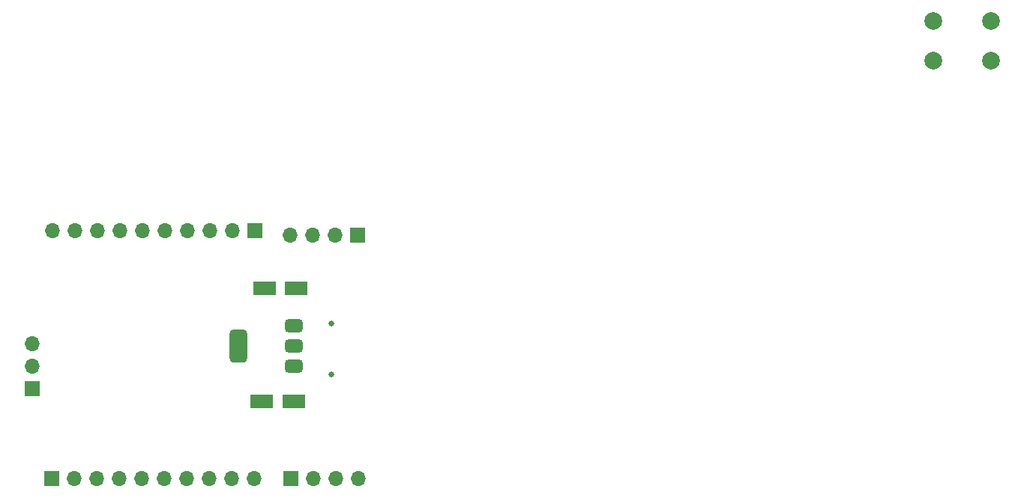
<source format=gbr>
%TF.GenerationSoftware,KiCad,Pcbnew,8.0.5-8.0.5-0~ubuntu24.04.1*%
%TF.CreationDate,2025-02-20T13:25:03+01:00*%
%TF.ProjectId,dev_board_M0,6465765f-626f-4617-9264-5f4d302e6b69,rev?*%
%TF.SameCoordinates,Original*%
%TF.FileFunction,Soldermask,Bot*%
%TF.FilePolarity,Negative*%
%FSLAX46Y46*%
G04 Gerber Fmt 4.6, Leading zero omitted, Abs format (unit mm)*
G04 Created by KiCad (PCBNEW 8.0.5-8.0.5-0~ubuntu24.04.1) date 2025-02-20 13:25:03*
%MOMM*%
%LPD*%
G01*
G04 APERTURE LIST*
G04 Aperture macros list*
%AMRoundRect*
0 Rectangle with rounded corners*
0 $1 Rounding radius*
0 $2 $3 $4 $5 $6 $7 $8 $9 X,Y pos of 4 corners*
0 Add a 4 corners polygon primitive as box body*
4,1,4,$2,$3,$4,$5,$6,$7,$8,$9,$2,$3,0*
0 Add four circle primitives for the rounded corners*
1,1,$1+$1,$2,$3*
1,1,$1+$1,$4,$5*
1,1,$1+$1,$6,$7*
1,1,$1+$1,$8,$9*
0 Add four rect primitives between the rounded corners*
20,1,$1+$1,$2,$3,$4,$5,0*
20,1,$1+$1,$4,$5,$6,$7,0*
20,1,$1+$1,$6,$7,$8,$9,0*
20,1,$1+$1,$8,$9,$2,$3,0*%
G04 Aperture macros list end*
%ADD10C,0.650000*%
%ADD11R,1.700000X1.700000*%
%ADD12O,1.700000X1.700000*%
%ADD13C,2.000000*%
%ADD14RoundRect,0.500000X0.500000X1.400000X-0.500000X1.400000X-0.500000X-1.400000X0.500000X-1.400000X0*%
%ADD15RoundRect,0.375000X0.625000X0.375000X-0.625000X0.375000X-0.625000X-0.375000X0.625000X-0.375000X0*%
%ADD16RoundRect,0.250000X1.050000X0.550000X-1.050000X0.550000X-1.050000X-0.550000X1.050000X-0.550000X0*%
G04 APERTURE END LIST*
D10*
%TO.C,J1*%
X141320000Y-74470000D03*
X141320000Y-80250000D03*
%TD*%
D11*
%TO.C,J6*%
X107500000Y-81830000D03*
D12*
X107500000Y-79290000D03*
X107500000Y-76750000D03*
%TD*%
D13*
%TO.C,SW1*%
X209310000Y-40250000D03*
X215810000Y-40250000D03*
X209310000Y-44750000D03*
X215810000Y-44750000D03*
%TD*%
D11*
%TO.C,J5*%
X136750000Y-92000000D03*
D12*
X139290000Y-92000000D03*
X141830000Y-92000000D03*
X144370000Y-92000000D03*
%TD*%
D14*
%TO.C,U4*%
X130800000Y-77000000D03*
D15*
X137100000Y-79300000D03*
X137100000Y-77000000D03*
X137100000Y-74700000D03*
%TD*%
D11*
%TO.C,J3*%
X109720000Y-92000000D03*
D12*
X112260000Y-92000000D03*
X114800000Y-92000000D03*
X117340000Y-92000000D03*
X119880000Y-92000000D03*
X122420000Y-92000000D03*
X124960000Y-92000000D03*
X127500000Y-92000000D03*
X130040000Y-92000000D03*
X132580000Y-92000000D03*
%TD*%
D16*
%TO.C,C12*%
X137350000Y-70500000D03*
X133750000Y-70500000D03*
%TD*%
%TO.C,C11*%
X137050000Y-83250000D03*
X133450000Y-83250000D03*
%TD*%
D12*
%TO.C,J4*%
X109800000Y-64000000D03*
X112340000Y-64000000D03*
X114880000Y-64000000D03*
X117420000Y-64000000D03*
X119960000Y-64000000D03*
X122500000Y-64000000D03*
X125040000Y-64000000D03*
X127580000Y-64000000D03*
X130120000Y-64000000D03*
D11*
X132660000Y-64000000D03*
%TD*%
%TO.C,J2*%
X144250000Y-64500000D03*
D12*
X141710000Y-64500000D03*
X139170000Y-64500000D03*
X136630000Y-64500000D03*
%TD*%
M02*

</source>
